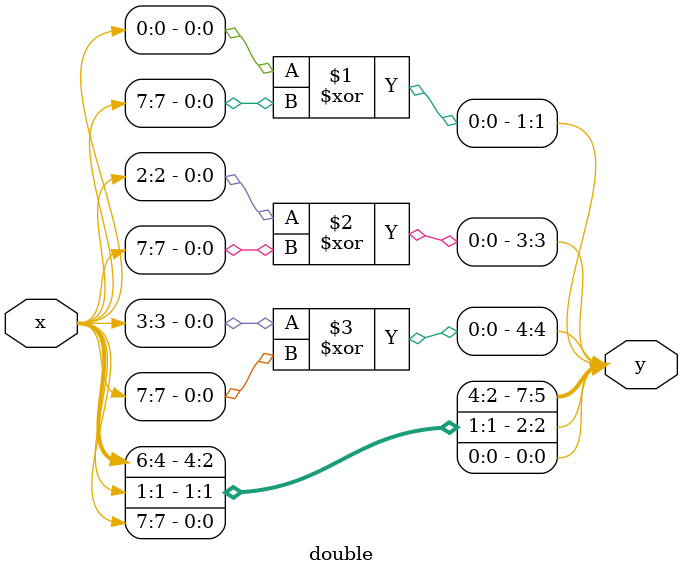
<source format=sv>


module double_state
(
    input logic [127:0] data_in,
    output logic [127:0] data_out
);

    genvar i;
    generate
        for(i = 0; i < 16; i++) begin: double_generate
            double double_i(.x(data_in[(i+1)*8-1:i*8]), .y(data_out[(i+1)*8-1:i*8]));
        end
    endgenerate

endmodule: double_state

module double
    (
    input logic [7:0] x,
    output logic [7:0] y
    );

    assign y = {x[6:4], x[3] ^ x[7], x[2] ^ x[7], x[1], x[0] ^ x[7], x[7]};

endmodule: double
</source>
